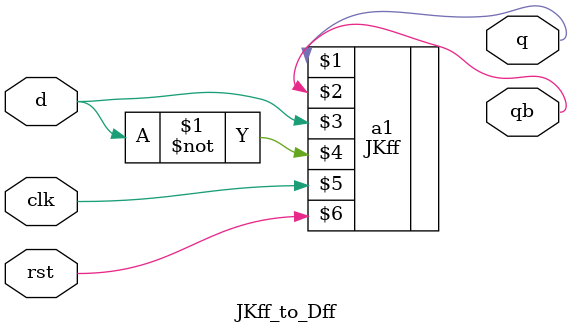
<source format=v>
`timescale 1ns / 1ps
module JKff_to_Dff(q,qb,d,clk,rst);
input d;
input clk,rst;
output wire q,qb;
JKff a1(q,qb,d,~d,clk,rst);
endmodule
</source>
